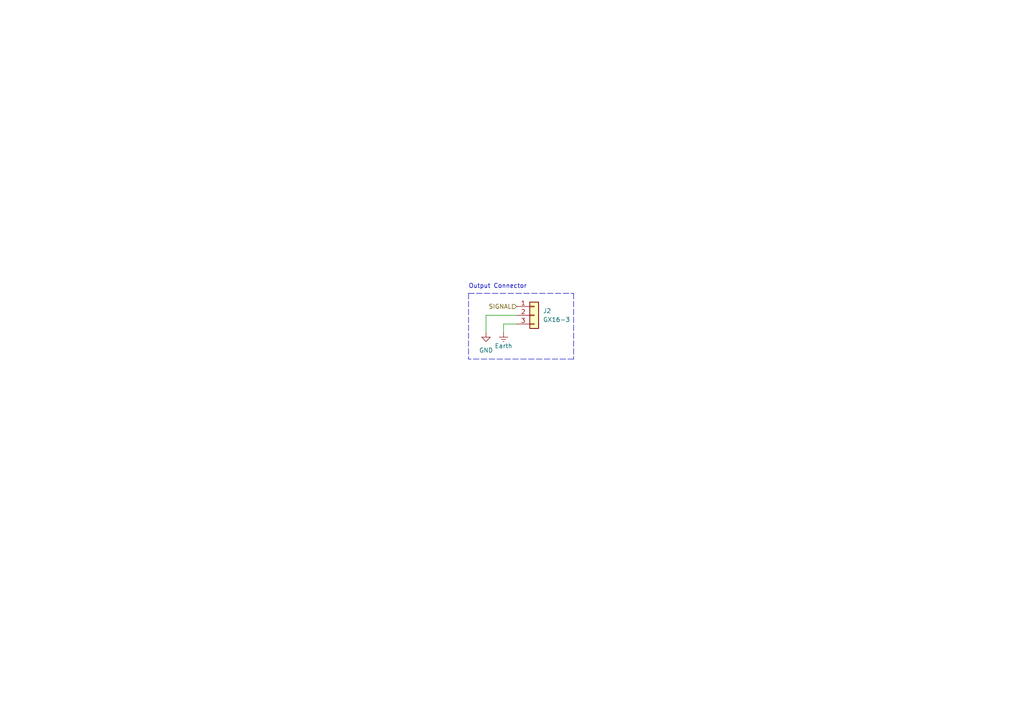
<source format=kicad_sch>
(kicad_sch (version 20211123) (generator eeschema)
  (paper "A4")
  (lib_symbols
    (symbol "Connector_Generic:Conn_01x03" (pin_names (offset 1.016) hide)
      (property "Reference" "J" (at 0 5.08 0))
      (property "Value" "Conn_01x03" (at 0 -5.08 0))
      (symbol "Conn_01x03_1_1"
        (rectangle (start -1.27 -2.413) (end 0 -2.667) (stroke (width 0.1524)))
        (rectangle (start -1.27 0.127) (end 0 -0.127) (stroke (width 0.1524)))
        (rectangle (start -1.27 2.667) (end 0 2.413) (stroke (width 0.1524)))
        (rectangle (start -1.27 3.81) (end 1.27 -3.81) (stroke (width 0.254)) (fill (type background)))
        (pin passive line (at -5.08 2.54 0) (length 3.81) (name "Pin_1") (number "1"))
        (pin passive line (at -5.08 0 0) (length 3.81) (name "Pin_2") (number "2"))
        (pin passive line (at -5.08 -2.54 0) (length 3.81) (name "Pin_3") (number "3"))
      )
    )
    (symbol "power:Earth" (power) (pin_names (offset 0))
      (symbol "Earth_0_1"
        (polyline (pts (xy -0.635 -1.905) (xy 0.635 -1.905)))
        (polyline (pts (xy -0.127 -2.54) (xy 0.127 -2.54)))
        (polyline (pts (xy 0 -1.27) (xy 0 0)))
        (polyline (pts (xy 1.27 -1.27) (xy -1.27 -1.27)))
      )
      (symbol "Earth_1_1"
        (pin power_in line (at 0 0 270) (length 0) hide (name "Earth") (number "1"))
      )
    )
    (symbol "power:GND" (power) (pin_names (offset 0))
      (property "Value" "GND" (at 0 -3.81 0))
      (symbol "GND_0_1"
        (polyline (pts (xy 0 0) (xy 0 -1.27) (xy 1.27 -1.27) (xy 0 -2.54) (xy -1.27 -1.27) (xy 0 -1.27)))
      )
      (symbol "GND_1_1"
        (pin power_in line (at 0 0 270) (length 0) hide (name "GND") (number "1"))
      )
    )
  )
  (polyline (pts (xy 135.89 85.09) (xy 135.89 104.14)))
  (wire (pts (xy 149.86 93.98) (xy 146.05 93.98)))
  (polyline (pts (xy 166.37 85.09) (xy 166.37 104.14)))
  (wire (pts (xy 149.86 91.44) (xy 140.97 91.44)))
  (polyline (pts (xy 166.37 104.14) (xy 135.89 104.14)))
  (polyline (pts (xy 135.89 85.09) (xy 166.37 85.09)))
  (wire (pts (xy 140.97 91.44) (xy 140.97 96.52)))
  (wire (pts (xy 146.05 93.98) (xy 146.05 96.52)))
  (text "Output Connector" (at 135.89 83.82 0) (effects (font (size 1.27 1.27)) (justify left bottom)))
  (hierarchical_label "SIGNAL" (shape input) (at 149.86 88.9 180))
  (symbol (lib_id "power:Earth") (at 146.05 96.52 0) (unit 1)
    (property "Reference" "#PWR017" (effects hide))
    (property "Value" "Earth" (at 146.05 100.33 0))
  )
  (symbol (lib_id "power:GND") (at 140.97 96.52 0) (unit 1)
    (property "Reference" "#PWR016" (effects hide))
    (property "Value" "GND" (at 140.97 101.6 0))
  )
  (symbol (lib_id "Connector_Generic:Conn_01x03") (at 154.94 91.44 0) (unit 1)
    (property "Reference" "J2" (at 157.48 90.1699 0) (effects (justify left)))
    (property "Value" "GX16-3" (at 157.48 92.7099 0) (effects (justify left)))
    (property "Footprint" "DOM:GX_16-3" (effects hide))
    (property "Seller" "https://www.amazon.com/DIYhz-Circular-Aviation-Connector-Waterproof/dp/B089YVDYDY/ref=sr_1_2_sspa?dchild=1&keywords=3%2Bpin%2Bpanel%2Bmount%2Baviation%2Bconnector&qid=1629499361&sr=8-2-spons&spLa=ZW5jcnlwdGVkUXVhbGlmaWVyPUEzN0oxVFdTTzdPUUxFJmVuY3J5cHRlZElkPUEwMzc3MzU4TDJTSUg2SDZKWE9HJmVuY3J5cHRlZEFkSWQ9QTA1OTE1MjJLN1NLQ0o0M1k4Mkkmd2lkZ2V0TmFtZT1zcF9hdGYmYWN0aW9uPWNsaWNrUmVkaXJlY3QmZG9Ob3RMb2dDbGljaz10cnVl&th=1" (effects hide))
  )
)
</source>
